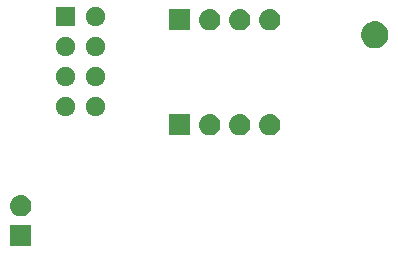
<source format=gbr>
G04 #@! TF.GenerationSoftware,KiCad,Pcbnew,(5.1.2)-2*
G04 #@! TF.CreationDate,2022-10-24T21:46:32-05:00*
G04 #@! TF.ProjectId,nrf24l01_breakout,6e726632-346c-4303-915f-627265616b6f,v1.0*
G04 #@! TF.SameCoordinates,Original*
G04 #@! TF.FileFunction,Soldermask,Bot*
G04 #@! TF.FilePolarity,Negative*
%FSLAX46Y46*%
G04 Gerber Fmt 4.6, Leading zero omitted, Abs format (unit mm)*
G04 Created by KiCad (PCBNEW (5.1.2)-2) date 2022-10-24 21:46:32*
%MOMM*%
%LPD*%
G04 APERTURE LIST*
%ADD10C,0.100000*%
G04 APERTURE END LIST*
D10*
G36*
X116979000Y-156349000D02*
G01*
X115177000Y-156349000D01*
X115177000Y-154547000D01*
X116979000Y-154547000D01*
X116979000Y-156349000D01*
X116979000Y-156349000D01*
G37*
G36*
X116188443Y-152013519D02*
G01*
X116254627Y-152020037D01*
X116424466Y-152071557D01*
X116580991Y-152155222D01*
X116616729Y-152184552D01*
X116718186Y-152267814D01*
X116801448Y-152369271D01*
X116830778Y-152405009D01*
X116914443Y-152561534D01*
X116965963Y-152731373D01*
X116983359Y-152908000D01*
X116965963Y-153084627D01*
X116914443Y-153254466D01*
X116830778Y-153410991D01*
X116801448Y-153446729D01*
X116718186Y-153548186D01*
X116616729Y-153631448D01*
X116580991Y-153660778D01*
X116424466Y-153744443D01*
X116254627Y-153795963D01*
X116188442Y-153802482D01*
X116122260Y-153809000D01*
X116033740Y-153809000D01*
X115967558Y-153802482D01*
X115901373Y-153795963D01*
X115731534Y-153744443D01*
X115575009Y-153660778D01*
X115539271Y-153631448D01*
X115437814Y-153548186D01*
X115354552Y-153446729D01*
X115325222Y-153410991D01*
X115241557Y-153254466D01*
X115190037Y-153084627D01*
X115172641Y-152908000D01*
X115190037Y-152731373D01*
X115241557Y-152561534D01*
X115325222Y-152405009D01*
X115354552Y-152369271D01*
X115437814Y-152267814D01*
X115539271Y-152184552D01*
X115575009Y-152155222D01*
X115731534Y-152071557D01*
X115901373Y-152020037D01*
X115967557Y-152013519D01*
X116033740Y-152007000D01*
X116122260Y-152007000D01*
X116188443Y-152013519D01*
X116188443Y-152013519D01*
G37*
G36*
X137270443Y-145155519D02*
G01*
X137336627Y-145162037D01*
X137506466Y-145213557D01*
X137662991Y-145297222D01*
X137684653Y-145315000D01*
X137800186Y-145409814D01*
X137883448Y-145511271D01*
X137912778Y-145547009D01*
X137996443Y-145703534D01*
X138047963Y-145873373D01*
X138065359Y-146050000D01*
X138047963Y-146226627D01*
X137996443Y-146396466D01*
X137912778Y-146552991D01*
X137883448Y-146588729D01*
X137800186Y-146690186D01*
X137698729Y-146773448D01*
X137662991Y-146802778D01*
X137506466Y-146886443D01*
X137336627Y-146937963D01*
X137270442Y-146944482D01*
X137204260Y-146951000D01*
X137115740Y-146951000D01*
X137049558Y-146944482D01*
X136983373Y-146937963D01*
X136813534Y-146886443D01*
X136657009Y-146802778D01*
X136621271Y-146773448D01*
X136519814Y-146690186D01*
X136436552Y-146588729D01*
X136407222Y-146552991D01*
X136323557Y-146396466D01*
X136272037Y-146226627D01*
X136254641Y-146050000D01*
X136272037Y-145873373D01*
X136323557Y-145703534D01*
X136407222Y-145547009D01*
X136436552Y-145511271D01*
X136519814Y-145409814D01*
X136635347Y-145315000D01*
X136657009Y-145297222D01*
X136813534Y-145213557D01*
X136983373Y-145162037D01*
X137049557Y-145155519D01*
X137115740Y-145149000D01*
X137204260Y-145149000D01*
X137270443Y-145155519D01*
X137270443Y-145155519D01*
G37*
G36*
X134730443Y-145155519D02*
G01*
X134796627Y-145162037D01*
X134966466Y-145213557D01*
X135122991Y-145297222D01*
X135144653Y-145315000D01*
X135260186Y-145409814D01*
X135343448Y-145511271D01*
X135372778Y-145547009D01*
X135456443Y-145703534D01*
X135507963Y-145873373D01*
X135525359Y-146050000D01*
X135507963Y-146226627D01*
X135456443Y-146396466D01*
X135372778Y-146552991D01*
X135343448Y-146588729D01*
X135260186Y-146690186D01*
X135158729Y-146773448D01*
X135122991Y-146802778D01*
X134966466Y-146886443D01*
X134796627Y-146937963D01*
X134730442Y-146944482D01*
X134664260Y-146951000D01*
X134575740Y-146951000D01*
X134509558Y-146944482D01*
X134443373Y-146937963D01*
X134273534Y-146886443D01*
X134117009Y-146802778D01*
X134081271Y-146773448D01*
X133979814Y-146690186D01*
X133896552Y-146588729D01*
X133867222Y-146552991D01*
X133783557Y-146396466D01*
X133732037Y-146226627D01*
X133714641Y-146050000D01*
X133732037Y-145873373D01*
X133783557Y-145703534D01*
X133867222Y-145547009D01*
X133896552Y-145511271D01*
X133979814Y-145409814D01*
X134095347Y-145315000D01*
X134117009Y-145297222D01*
X134273534Y-145213557D01*
X134443373Y-145162037D01*
X134509557Y-145155519D01*
X134575740Y-145149000D01*
X134664260Y-145149000D01*
X134730443Y-145155519D01*
X134730443Y-145155519D01*
G37*
G36*
X132190443Y-145155519D02*
G01*
X132256627Y-145162037D01*
X132426466Y-145213557D01*
X132582991Y-145297222D01*
X132604653Y-145315000D01*
X132720186Y-145409814D01*
X132803448Y-145511271D01*
X132832778Y-145547009D01*
X132916443Y-145703534D01*
X132967963Y-145873373D01*
X132985359Y-146050000D01*
X132967963Y-146226627D01*
X132916443Y-146396466D01*
X132832778Y-146552991D01*
X132803448Y-146588729D01*
X132720186Y-146690186D01*
X132618729Y-146773448D01*
X132582991Y-146802778D01*
X132426466Y-146886443D01*
X132256627Y-146937963D01*
X132190442Y-146944482D01*
X132124260Y-146951000D01*
X132035740Y-146951000D01*
X131969558Y-146944482D01*
X131903373Y-146937963D01*
X131733534Y-146886443D01*
X131577009Y-146802778D01*
X131541271Y-146773448D01*
X131439814Y-146690186D01*
X131356552Y-146588729D01*
X131327222Y-146552991D01*
X131243557Y-146396466D01*
X131192037Y-146226627D01*
X131174641Y-146050000D01*
X131192037Y-145873373D01*
X131243557Y-145703534D01*
X131327222Y-145547009D01*
X131356552Y-145511271D01*
X131439814Y-145409814D01*
X131555347Y-145315000D01*
X131577009Y-145297222D01*
X131733534Y-145213557D01*
X131903373Y-145162037D01*
X131969557Y-145155519D01*
X132035740Y-145149000D01*
X132124260Y-145149000D01*
X132190443Y-145155519D01*
X132190443Y-145155519D01*
G37*
G36*
X130441000Y-146951000D02*
G01*
X128639000Y-146951000D01*
X128639000Y-145149000D01*
X130441000Y-145149000D01*
X130441000Y-146951000D01*
X130441000Y-146951000D01*
G37*
G36*
X122641142Y-143720242D02*
G01*
X122789101Y-143781529D01*
X122922255Y-143870499D01*
X123035501Y-143983745D01*
X123124471Y-144116899D01*
X123185758Y-144264858D01*
X123217000Y-144421925D01*
X123217000Y-144582075D01*
X123185758Y-144739142D01*
X123124471Y-144887101D01*
X123035501Y-145020255D01*
X122922255Y-145133501D01*
X122789101Y-145222471D01*
X122641142Y-145283758D01*
X122484075Y-145315000D01*
X122323925Y-145315000D01*
X122166858Y-145283758D01*
X122018899Y-145222471D01*
X121885745Y-145133501D01*
X121772499Y-145020255D01*
X121683529Y-144887101D01*
X121622242Y-144739142D01*
X121591000Y-144582075D01*
X121591000Y-144421925D01*
X121622242Y-144264858D01*
X121683529Y-144116899D01*
X121772499Y-143983745D01*
X121885745Y-143870499D01*
X122018899Y-143781529D01*
X122166858Y-143720242D01*
X122323925Y-143689000D01*
X122484075Y-143689000D01*
X122641142Y-143720242D01*
X122641142Y-143720242D01*
G37*
G36*
X120101142Y-143720242D02*
G01*
X120249101Y-143781529D01*
X120382255Y-143870499D01*
X120495501Y-143983745D01*
X120584471Y-144116899D01*
X120645758Y-144264858D01*
X120677000Y-144421925D01*
X120677000Y-144582075D01*
X120645758Y-144739142D01*
X120584471Y-144887101D01*
X120495501Y-145020255D01*
X120382255Y-145133501D01*
X120249101Y-145222471D01*
X120101142Y-145283758D01*
X119944075Y-145315000D01*
X119783925Y-145315000D01*
X119626858Y-145283758D01*
X119478899Y-145222471D01*
X119345745Y-145133501D01*
X119232499Y-145020255D01*
X119143529Y-144887101D01*
X119082242Y-144739142D01*
X119051000Y-144582075D01*
X119051000Y-144421925D01*
X119082242Y-144264858D01*
X119143529Y-144116899D01*
X119232499Y-143983745D01*
X119345745Y-143870499D01*
X119478899Y-143781529D01*
X119626858Y-143720242D01*
X119783925Y-143689000D01*
X119944075Y-143689000D01*
X120101142Y-143720242D01*
X120101142Y-143720242D01*
G37*
G36*
X120101142Y-141180242D02*
G01*
X120249101Y-141241529D01*
X120382255Y-141330499D01*
X120495501Y-141443745D01*
X120584471Y-141576899D01*
X120645758Y-141724858D01*
X120677000Y-141881925D01*
X120677000Y-142042075D01*
X120645758Y-142199142D01*
X120584471Y-142347101D01*
X120495501Y-142480255D01*
X120382255Y-142593501D01*
X120249101Y-142682471D01*
X120101142Y-142743758D01*
X119944075Y-142775000D01*
X119783925Y-142775000D01*
X119626858Y-142743758D01*
X119478899Y-142682471D01*
X119345745Y-142593501D01*
X119232499Y-142480255D01*
X119143529Y-142347101D01*
X119082242Y-142199142D01*
X119051000Y-142042075D01*
X119051000Y-141881925D01*
X119082242Y-141724858D01*
X119143529Y-141576899D01*
X119232499Y-141443745D01*
X119345745Y-141330499D01*
X119478899Y-141241529D01*
X119626858Y-141180242D01*
X119783925Y-141149000D01*
X119944075Y-141149000D01*
X120101142Y-141180242D01*
X120101142Y-141180242D01*
G37*
G36*
X122641142Y-141180242D02*
G01*
X122789101Y-141241529D01*
X122922255Y-141330499D01*
X123035501Y-141443745D01*
X123124471Y-141576899D01*
X123185758Y-141724858D01*
X123217000Y-141881925D01*
X123217000Y-142042075D01*
X123185758Y-142199142D01*
X123124471Y-142347101D01*
X123035501Y-142480255D01*
X122922255Y-142593501D01*
X122789101Y-142682471D01*
X122641142Y-142743758D01*
X122484075Y-142775000D01*
X122323925Y-142775000D01*
X122166858Y-142743758D01*
X122018899Y-142682471D01*
X121885745Y-142593501D01*
X121772499Y-142480255D01*
X121683529Y-142347101D01*
X121622242Y-142199142D01*
X121591000Y-142042075D01*
X121591000Y-141881925D01*
X121622242Y-141724858D01*
X121683529Y-141576899D01*
X121772499Y-141443745D01*
X121885745Y-141330499D01*
X122018899Y-141241529D01*
X122166858Y-141180242D01*
X122323925Y-141149000D01*
X122484075Y-141149000D01*
X122641142Y-141180242D01*
X122641142Y-141180242D01*
G37*
G36*
X120101142Y-138640242D02*
G01*
X120249101Y-138701529D01*
X120382255Y-138790499D01*
X120495501Y-138903745D01*
X120584471Y-139036899D01*
X120645758Y-139184858D01*
X120677000Y-139341925D01*
X120677000Y-139502075D01*
X120645758Y-139659142D01*
X120584471Y-139807101D01*
X120495501Y-139940255D01*
X120382255Y-140053501D01*
X120249101Y-140142471D01*
X120101142Y-140203758D01*
X119944075Y-140235000D01*
X119783925Y-140235000D01*
X119626858Y-140203758D01*
X119478899Y-140142471D01*
X119345745Y-140053501D01*
X119232499Y-139940255D01*
X119143529Y-139807101D01*
X119082242Y-139659142D01*
X119051000Y-139502075D01*
X119051000Y-139341925D01*
X119082242Y-139184858D01*
X119143529Y-139036899D01*
X119232499Y-138903745D01*
X119345745Y-138790499D01*
X119478899Y-138701529D01*
X119626858Y-138640242D01*
X119783925Y-138609000D01*
X119944075Y-138609000D01*
X120101142Y-138640242D01*
X120101142Y-138640242D01*
G37*
G36*
X122641142Y-138640242D02*
G01*
X122789101Y-138701529D01*
X122922255Y-138790499D01*
X123035501Y-138903745D01*
X123124471Y-139036899D01*
X123185758Y-139184858D01*
X123217000Y-139341925D01*
X123217000Y-139502075D01*
X123185758Y-139659142D01*
X123124471Y-139807101D01*
X123035501Y-139940255D01*
X122922255Y-140053501D01*
X122789101Y-140142471D01*
X122641142Y-140203758D01*
X122484075Y-140235000D01*
X122323925Y-140235000D01*
X122166858Y-140203758D01*
X122018899Y-140142471D01*
X121885745Y-140053501D01*
X121772499Y-139940255D01*
X121683529Y-139807101D01*
X121622242Y-139659142D01*
X121591000Y-139502075D01*
X121591000Y-139341925D01*
X121622242Y-139184858D01*
X121683529Y-139036899D01*
X121772499Y-138903745D01*
X121885745Y-138790499D01*
X122018899Y-138701529D01*
X122166858Y-138640242D01*
X122323925Y-138609000D01*
X122484075Y-138609000D01*
X122641142Y-138640242D01*
X122641142Y-138640242D01*
G37*
G36*
X146274549Y-137301116D02*
G01*
X146385734Y-137323232D01*
X146595203Y-137409997D01*
X146783720Y-137535960D01*
X146944040Y-137696280D01*
X147070003Y-137884797D01*
X147156768Y-138094266D01*
X147201000Y-138316636D01*
X147201000Y-138543364D01*
X147156768Y-138765734D01*
X147070003Y-138975203D01*
X146944040Y-139163720D01*
X146783720Y-139324040D01*
X146595203Y-139450003D01*
X146385734Y-139536768D01*
X146274549Y-139558884D01*
X146163365Y-139581000D01*
X145936635Y-139581000D01*
X145825451Y-139558884D01*
X145714266Y-139536768D01*
X145504797Y-139450003D01*
X145316280Y-139324040D01*
X145155960Y-139163720D01*
X145029997Y-138975203D01*
X144943232Y-138765734D01*
X144899000Y-138543364D01*
X144899000Y-138316636D01*
X144943232Y-138094266D01*
X145029997Y-137884797D01*
X145155960Y-137696280D01*
X145316280Y-137535960D01*
X145504797Y-137409997D01*
X145714266Y-137323232D01*
X145825451Y-137301116D01*
X145936635Y-137279000D01*
X146163365Y-137279000D01*
X146274549Y-137301116D01*
X146274549Y-137301116D01*
G37*
G36*
X132190443Y-136265519D02*
G01*
X132256627Y-136272037D01*
X132426466Y-136323557D01*
X132582991Y-136407222D01*
X132618729Y-136436552D01*
X132720186Y-136519814D01*
X132803448Y-136621271D01*
X132832778Y-136657009D01*
X132916443Y-136813534D01*
X132967963Y-136983373D01*
X132985359Y-137160000D01*
X132967963Y-137336627D01*
X132916443Y-137506466D01*
X132832778Y-137662991D01*
X132806509Y-137695000D01*
X132720186Y-137800186D01*
X132618729Y-137883448D01*
X132582991Y-137912778D01*
X132426466Y-137996443D01*
X132256627Y-138047963D01*
X132190442Y-138054482D01*
X132124260Y-138061000D01*
X132035740Y-138061000D01*
X131969558Y-138054482D01*
X131903373Y-138047963D01*
X131733534Y-137996443D01*
X131577009Y-137912778D01*
X131541271Y-137883448D01*
X131439814Y-137800186D01*
X131353491Y-137695000D01*
X131327222Y-137662991D01*
X131243557Y-137506466D01*
X131192037Y-137336627D01*
X131174641Y-137160000D01*
X131192037Y-136983373D01*
X131243557Y-136813534D01*
X131327222Y-136657009D01*
X131356552Y-136621271D01*
X131439814Y-136519814D01*
X131541271Y-136436552D01*
X131577009Y-136407222D01*
X131733534Y-136323557D01*
X131903373Y-136272037D01*
X131969557Y-136265519D01*
X132035740Y-136259000D01*
X132124260Y-136259000D01*
X132190443Y-136265519D01*
X132190443Y-136265519D01*
G37*
G36*
X130441000Y-138061000D02*
G01*
X128639000Y-138061000D01*
X128639000Y-136259000D01*
X130441000Y-136259000D01*
X130441000Y-138061000D01*
X130441000Y-138061000D01*
G37*
G36*
X134730443Y-136265519D02*
G01*
X134796627Y-136272037D01*
X134966466Y-136323557D01*
X135122991Y-136407222D01*
X135158729Y-136436552D01*
X135260186Y-136519814D01*
X135343448Y-136621271D01*
X135372778Y-136657009D01*
X135456443Y-136813534D01*
X135507963Y-136983373D01*
X135525359Y-137160000D01*
X135507963Y-137336627D01*
X135456443Y-137506466D01*
X135372778Y-137662991D01*
X135346509Y-137695000D01*
X135260186Y-137800186D01*
X135158729Y-137883448D01*
X135122991Y-137912778D01*
X134966466Y-137996443D01*
X134796627Y-138047963D01*
X134730442Y-138054482D01*
X134664260Y-138061000D01*
X134575740Y-138061000D01*
X134509558Y-138054482D01*
X134443373Y-138047963D01*
X134273534Y-137996443D01*
X134117009Y-137912778D01*
X134081271Y-137883448D01*
X133979814Y-137800186D01*
X133893491Y-137695000D01*
X133867222Y-137662991D01*
X133783557Y-137506466D01*
X133732037Y-137336627D01*
X133714641Y-137160000D01*
X133732037Y-136983373D01*
X133783557Y-136813534D01*
X133867222Y-136657009D01*
X133896552Y-136621271D01*
X133979814Y-136519814D01*
X134081271Y-136436552D01*
X134117009Y-136407222D01*
X134273534Y-136323557D01*
X134443373Y-136272037D01*
X134509557Y-136265519D01*
X134575740Y-136259000D01*
X134664260Y-136259000D01*
X134730443Y-136265519D01*
X134730443Y-136265519D01*
G37*
G36*
X137270443Y-136265519D02*
G01*
X137336627Y-136272037D01*
X137506466Y-136323557D01*
X137662991Y-136407222D01*
X137698729Y-136436552D01*
X137800186Y-136519814D01*
X137883448Y-136621271D01*
X137912778Y-136657009D01*
X137996443Y-136813534D01*
X138047963Y-136983373D01*
X138065359Y-137160000D01*
X138047963Y-137336627D01*
X137996443Y-137506466D01*
X137912778Y-137662991D01*
X137886509Y-137695000D01*
X137800186Y-137800186D01*
X137698729Y-137883448D01*
X137662991Y-137912778D01*
X137506466Y-137996443D01*
X137336627Y-138047963D01*
X137270442Y-138054482D01*
X137204260Y-138061000D01*
X137115740Y-138061000D01*
X137049558Y-138054482D01*
X136983373Y-138047963D01*
X136813534Y-137996443D01*
X136657009Y-137912778D01*
X136621271Y-137883448D01*
X136519814Y-137800186D01*
X136433491Y-137695000D01*
X136407222Y-137662991D01*
X136323557Y-137506466D01*
X136272037Y-137336627D01*
X136254641Y-137160000D01*
X136272037Y-136983373D01*
X136323557Y-136813534D01*
X136407222Y-136657009D01*
X136436552Y-136621271D01*
X136519814Y-136519814D01*
X136621271Y-136436552D01*
X136657009Y-136407222D01*
X136813534Y-136323557D01*
X136983373Y-136272037D01*
X137049557Y-136265519D01*
X137115740Y-136259000D01*
X137204260Y-136259000D01*
X137270443Y-136265519D01*
X137270443Y-136265519D01*
G37*
G36*
X120677000Y-137695000D02*
G01*
X119051000Y-137695000D01*
X119051000Y-136069000D01*
X120677000Y-136069000D01*
X120677000Y-137695000D01*
X120677000Y-137695000D01*
G37*
G36*
X122641142Y-136100242D02*
G01*
X122789101Y-136161529D01*
X122922255Y-136250499D01*
X123035501Y-136363745D01*
X123124471Y-136496899D01*
X123185758Y-136644858D01*
X123217000Y-136801925D01*
X123217000Y-136962075D01*
X123185758Y-137119142D01*
X123124471Y-137267101D01*
X123035501Y-137400255D01*
X122922255Y-137513501D01*
X122789101Y-137602471D01*
X122641142Y-137663758D01*
X122484075Y-137695000D01*
X122323925Y-137695000D01*
X122166858Y-137663758D01*
X122018899Y-137602471D01*
X121885745Y-137513501D01*
X121772499Y-137400255D01*
X121683529Y-137267101D01*
X121622242Y-137119142D01*
X121591000Y-136962075D01*
X121591000Y-136801925D01*
X121622242Y-136644858D01*
X121683529Y-136496899D01*
X121772499Y-136363745D01*
X121885745Y-136250499D01*
X122018899Y-136161529D01*
X122166858Y-136100242D01*
X122323925Y-136069000D01*
X122484075Y-136069000D01*
X122641142Y-136100242D01*
X122641142Y-136100242D01*
G37*
M02*

</source>
